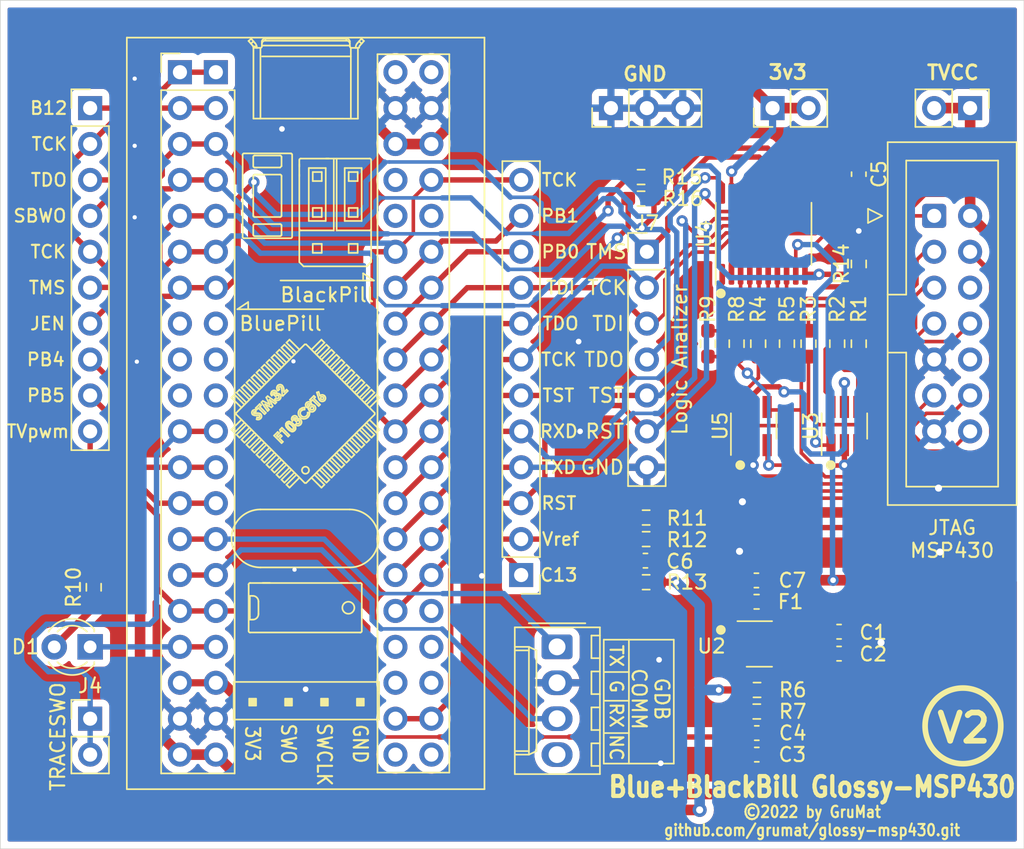
<source format=kicad_pcb>
(kicad_pcb (version 20211014) (generator pcbnew)
  (layers (0 "F.Cu" mixed) (31 "B.Cu" mixed) (35 "F.Paste" user) (37 "F.SilkS" user "F.Silkscreen") (38 "B.Mask" user) (39 "F.Mask" user) (44 "Edge.Cuts" user))
  (net 0 "")
  (net 1 "GND")
  (net 2 "/TRACESWO")
  (net 3 "/JRST")
  (net 4 "/JTEST")
  (net 5 "/JTCK")
  (net 6 "/JTMS")
  (net 7 "/JTDI")
  (net 8 "+3V3")
  (net 9 "/JTDO")
  (net 10 "/GDB_TX")
  (net 11 "/GDB_RX")
  (net 12 "/PB4")
  (net 13 "Net-(D1-Pad2)")
  (net 14 "/LEDG")
  (net 15 "/PB1")
  (net 16 "/PB5")
  (net 17 "/PC13")
  (net 18 "/JRXD")
  (net 19 "/JTXD")
  (net 21 "/TV_PWM")
  (net 22 "/JENA")
  (net 23 "/VREF_2")
  (net 24 "/mTDI")
  (net 25 "/mTMS")
  (net 26 "/mTCK")
  (net 27 "/mRST")
  (net 28 "/mTEST")
  (net 29 "/PB12")
  (net 30 "/SBWO")
  (net 31 "/mTXD")
  (net 32 "/mRXD")
  (net 33 "/PB0")
  (net 35 "Net-(C3-Pad2)")
  (net 36 "/TVref")
  (net 37 "/TVCC")
  (net 38 "/mTDO")
  (net 42 "+5V")
  (net 59 "/LTDO")
  (net 60 "/LTDI")
  (net 61 "/LTMS")
  (net 62 "/LTCK")
  (net 63 "/LRST")
  (net 64 "/LTEST")
  (net 65 "/LRXD")
  (net 66 "/LTXD")
  (net 67 "Net-(F1-Pad1)")
  (footprint "Connector_Molex:Molex_KK-254_AE-6410-04A_1x04_P2.54mm_Vertical" (layer "F.Cu") (at 156.21 110.72 -90)
    (fp_text reference "J5" hide)
    (fp_text value "GDB_COMM")
  )
  (footprint "LED_THT:LED_D3.0mm" (layer "F.Cu") (at 123.19 110.72 180)
    (fp_text reference "D1")
    (fp_text value "LED")
  )
  (footprint "Resistor_SMD:R_0603_1608Metric_Pad0.98x0.95mm_HandSolder" (layer "F.Cu") (at 123.444 106.5055 90)
    (fp_text reference "R10")
    (fp_text value "1K")
  )
  (footprint "Resistor_SMD:R_0603_1608Metric_Pad0.98x0.95mm_HandSolder" (layer "F.Cu") (at 162.5092 101.576)
    (fp_text reference "R11")
    (fp_text value "4K7")
  )
  (footprint "Resistor_SMD:R_0603_1608Metric_Pad0.98x0.95mm_HandSolder" (layer "F.Cu") (at 162.5092 103.1 180)
    (fp_text reference "R12")
    (fp_text value "4K7")
  )
  (footprint "Connector_PinHeader_2.54mm:PinHeader_1x07_P2.54mm_Vertical" (layer "F.Cu") (at 162.56 82.78)
    (fp_text reference "J7")
    (fp_text value "LogicAna")
  )
  (footprint "Resistor_SMD:R_0603_1608Metric_Pad0.98x0.95mm_HandSolder" (layer "F.Cu") (at 173.99 89.2805 90)
    (fp_text reference "R3")
    (fp_text value "47")
  )
  (footprint "Resistor_SMD:R_0603_1608Metric_Pad0.98x0.95mm_HandSolder" (layer "F.Cu") (at 172.466 89.2805 90)
    (fp_text reference "R5")
    (fp_text value "100")
  )
  (footprint "Resistor_SMD:R_0603_1608Metric_Pad0.98x0.95mm_HandSolder" (layer "F.Cu") (at 177.546 89.2805 90)
    (fp_text reference "R1")
    (fp_text value "47")
  )
  (footprint "Connector_PinHeader_2.54mm:PinHeader_1x02_P2.54mm_Vertical" (layer "F.Cu") (at 171.45 72.62 90)
    (fp_text reference "J2" hide)
    (fp_text value "VCC")
  )
  (footprint "Connector_PinHeader_2.54mm:PinHeader_1x03_P2.54mm_Vertical" (layer "F.Cu") (at 160.02 72.62 90)
    (fp_text reference "J3" hide)
    (fp_text value "GND")
  )
  (footprint "Connector_IDC:IDC-Header_2x07_P2.54mm_Vertical" (layer "F.Cu") (at 182.88 80.24)
    (fp_text reference "J1" hide)
    (fp_text value "JTAG")
  )
  (footprint "Resistor_SMD:R_0603_1608Metric_Pad0.98x0.95mm_HandSolder" (layer "F.Cu") (at 170.434 89.2805 90)
    (fp_text reference "R4")
    (fp_text value "100")
  )
  (footprint "Resistor_SMD:R_0603_1608Metric_Pad0.98x0.95mm_HandSolder" (layer "F.Cu") (at 176.022 89.2805 90)
    (fp_text reference "R2")
    (fp_text value "47")
  )
  (footprint "Connector_PinHeader_2.54mm:PinHeader_1x12_P2.54mm_Vertical" (layer "F.Cu") (at 153.67 105.64 180)
    (fp_text reference "J9" hide)
    (fp_text value "Conn_01x11")
  )
  (footprint "Connector_PinHeader_2.54mm:PinHeader_1x10_P2.54mm_Vertical" (layer "F.Cu") (at 123.19 72.62)
    (fp_text reference "J8" hide)
    (fp_text value "Conn_01x10")
  )
  (footprint "Resistor_SMD:R_0603_1608Metric_Pad0.98x0.95mm_HandSolder" (layer "F.Cu") (at 168.91 89.2805 -90)
    (fp_text reference "R8")
    (fp_text value "100")
  )
  (footprint "Resistor_SMD:R_0603_1608Metric_Pad0.98x0.95mm_HandSolder" (layer "F.Cu") (at 166.878 89.2805 -90)
    (fp_text reference "R9")
    (fp_text value "100")
  )
  (footprint "Resistor_SMD:R_0603_1608Metric_Pad0.98x0.95mm_HandSolder" (layer "F.Cu") (at 162.1517 79.0208 180)
    (fp_text reference "R16")
    (fp_text value "22")
  )
  (footprint "Capacitor_SMD:C_0603_1608Metric_Pad1.08x0.95mm_HandSolder" (layer "F.Cu") (at 177.546 77.2925 -90)
    (fp_text reference "C5")
    (fp_text value "100nF")
  )
  (footprint "Capacitor_SMD:C_0603_1608Metric_Pad1.08x0.95mm_HandSolder" (layer "F.Cu") (at 170.3335 116.816 180)
    (fp_text reference "C4")
    (fp_text value "1nF")
  )
  (footprint "Fuse:Fuse_0603_1608Metric_Pad1.05x0.95mm_HandSolder" (layer "F.Cu") (at 170.321 107.531)
    (fp_text reference "F1")
    (fp_text value "0603L010YR")
  )
  (footprint "Capacitor_SMD:C_0603_1608Metric_Pad1.08x0.95mm_HandSolder" (layer "F.Cu") (at 170.307 106.021)
    (fp_text reference "C7")
    (fp_text value "10uF")
  )
  (footprint "Capacitor_SMD:C_0603_1608Metric_Pad1.08x0.95mm_HandSolder" (layer "F.Cu") (at 176.1525 109.65 180)
    (fp_text reference "C1")
    (fp_text value "100nF")
  )
  (footprint "Resistor_SMD:R_0603_1608Metric_Pad0.98x0.95mm_HandSolder" (layer "F.Cu") (at 162.1517 77.4968 180)
    (fp_text reference "R15")
    (fp_text value "330")
  )
  (footprint "Capacitor_SMD:C_0603_1608Metric_Pad1.08x0.95mm_HandSolder" (layer "F.Cu") (at 176.1525 111.2)
    (fp_text reference "C2")
    (fp_text value "10uF")
  )
  (footprint "Resistor_SMD:R_0603_1608Metric_Pad0.98x0.95mm_HandSolder" (layer "F.Cu") (at 170.3343 115.292 180)
    (fp_text reference "R7")
    (fp_text value "47K")
  )
  (footprint "Connector_PinHeader_2.54mm:PinHeader_1x02_P2.54mm_Vertical" (layer "F.Cu") (at 123.19 115.8)
    (fp_text reference "J4")
    (fp_text value "SWO")
  )
  (footprint "Connector_PinHeader_2.54mm:PinHeader_1x02_P2.54mm_Vertical" (layer "F.Cu") (at 185.42 72.62 -90)
    (fp_text reference "J6" hide)
    (fp_text value "TVCC")
  )
  (footprint "Package_TO_SOT_SMD:SOT-23-6_Handsoldering" (layer "F.Cu") (at 170.114 95.1045 90)
    (fp_text reference "U5")
    (fp_text value "SRV05-4")
  )
  (footprint "Resistor_SMD:R_0603_1608Metric_Pad0.98x0.95mm_HandSolder" (layer "F.Cu") (at 162.5092 106.148)
    (fp_text reference "R13")
    (fp_text value "470K")
  )
  (footprint "Capacitor_SMD:C_0603_1608Metric_Pad1.08x0.95mm_HandSolder" (layer "F.Cu") (at 170.3335 118.34)
    (fp_text reference "C3")
    (fp_text value "10uF")
  )
  (footprint "Package_SO:TSSOP-20_4.4x6.5mm_P0.65mm" (layer "F.Cu") (at 170.815 81.51 90)
    (fp_text reference "U4")
    (fp_text value "TXS0108EPW")
  )
  (footprint "Resistor_SMD:R_0603_1608Metric_Pad0.98x0.95mm_HandSolder" (layer "F.Cu") (at 170.3525 113.768)
    (fp_text reference "R6")
    (fp_text value "47K")
  )
  (footprint "Package_TO_SOT_SMD:SOT-23-6_Handsoldering" (layer "F.Cu") (at 176.53 95.1045 90)
    (fp_text reference "U3")
    (fp_text value "SRV05-4")
  )
  (footprint "Package_TO_SOT_SMD:SOT-23-5_HandSoldering" (layer "F.Cu") (at 170.514 110.513)
    (fp_text reference "U2")
    (fp_text value "AD8531ARTZ")
  )
  (footprint "Capacitor_SMD:C_0603_1608Metric_Pad1.08x0.95mm_HandSolder" (layer "F.Cu") (at 162.4592 104.624 180)
    (fp_text reference "C6")
    (fp_text value "100nF")
  )
  (footprint "lib:BlueBlackPill" (layer "F.Cu") (at 129.54 70.08)
    (fp_text reference "U1" hide)
    (fp_text value "BlueAndBlackPill" hide)
  )
  (footprint "Resistor_SMD:R_0603_1608Metric_Pad0.98x0.95mm_HandSolder" (layer "F.Cu") (at 177.546 83.6417 -90)
    (fp_text reference "R14")
    (fp_text value "47K")
  )
  (gr_line (start 164.465 118.975) (end 159.512 118.975) (layer "F.SilkS") (width 0.12))
  (gr_line (start 161.29 110.212) (end 161.29 118.975) (layer "F.SilkS") (width 0.12))
  (gr_line (start 159.512 110.212) (end 159.512 118.975) (layer "F.SilkS") (width 0.12))
  (gr_line (start 159.512 114.53) (end 161.29 114.53) (layer "F.SilkS") (width 0.12))
  (gr_line (start 161.29 116.816) (end 159.512 116.816) (layer "F.SilkS") (width 0.12))
  (gr_line (start 159.512 112.498) (end 161.29 112.498) (layer "F.SilkS") (width 0.12))
  (gr_circle (center 175.5648 97.8676) (end 175.848781 97.8676) (layer "F.SilkS") (width 0.12) (fill solid))
  (gr_circle (center 169.164 97.8676) (end 169.447981 97.8676) (layer "F.SilkS") (width 0.12) (fill solid))
  (gr_line (start 164.465 110.212) (end 164.465 118.975) (layer "F.SilkS") (width 0.12))
  (gr_circle (center 184.912 116.308) (end 187.588752 116.308) (layer "F.SilkS") (width 0.4) (fill none))
  (gr_circle (center 167.7924 85.7264) (end 168.076381 85.7264) (layer "F.SilkS") (width 0.12) (fill solid))
  (gr_circle (center 167.7924 109.521619) (end 168.076381 109.521619) (layer "F.SilkS") (width 0.12) (fill solid))
  (gr_line (start 159.512 110.212) (end 164.465 110.212) (layer "F.SilkS") (width 0.12))
  (gr_line (start 116.84 125) (end 116.84 65) (layer "Edge.Cuts") (width 0.05))
  (gr_line (start 189.23 65) (end 189.23 125) (layer "Edge.Cuts") (width 0.05))
  (gr_line (start 189.23 125) (end 116.84 125) (layer "Edge.Cuts") (width 0.05))
  (gr_line (start 116.84 65) (end 189.23 65) (layer "Edge.Cuts") (width 0.05))
  (gr_text "TCK" (at 161.23 85.32) (layer "F.SilkS") (effects (font (size 1 1)) (justify right)))
  (gr_text "TDI" (at 161.036 87.86) (layer "F.SilkS") (effects (font (size 1 1)) (justify right)))
  (gr_text "TDO" (at 161.036 90.4) (layer "F.SilkS") (effects (font (size 1 1)) (justify right)))
  (gr_text "TST" (at 161.036 92.94) (layer "F.SilkS") (effects (font (size 1 1)) (justify right)))
  (gr_text "RST" (at 161.036 95.48) (layer "F.SilkS") (effects (font (size 1 1)) (justify right)))
  (gr_text "Logic Analizer" (at 164.8968 90.4 90) (layer "F.SilkS") (effects (font (size 1 1))))
  (gr_text "3v3" (at 173.99 70.08) (layer "F.SilkS") (effects (font (size 1 1) (thickness 0.2)) (justify right)))
  (gr_text "GDB\nCOMM" (at 162.814 114.403 270) (layer "F.SilkS") (effects (font (size 1 1))))
  (gr_text "TX" (at 160.401 111.355 270) (layer "F.SilkS") (effects (font (size 0.9 0.9))))
  (gr_text "G" (at 160.401 113.514 270) (layer "F.SilkS") (effects (font (size 0.9 0.9))))
  (gr_text "RX" (at 160.401 115.546 270) (layer "F.SilkS") (effects (font (size 0.9 0.9))))
  (gr_text "JTAG\nMSP430" (at 184.15 103.1) (layer "F.SilkS") (effects (font (size 1 1))))
  (gr_text "TRACESWO" (at 120.904 117.07 90) (layer "F.SilkS") (effects (font (size 1 1))))
  (gr_text "NC" (at 160.401 117.832 270) (layer "F.SilkS") (effects (font (size 0.9 0.9))))
  (gr_text "TXD" (at 156.337 98.02) (layer "F.SilkS") (effects (font (size 0.9 0.9))))
  (gr_text "RXD" (at 156.337 95.48) (layer "F.SilkS") (effects (font (size 0.9 0.9))))
  (gr_text "RST" (at 156.337 100.56) (layer "F.SilkS") (effects (font (size 0.9 0.9))))
  (gr_text "B12" (at 121.666 72.62) (layer "F.SilkS") (effects (font (size 0.9 0.9)) (justify right)))
  (gr_text "Vref" (at 156.464 103.1) (layer "F.SilkS") (effects (font (size 0.9 0.9))))
  (gr_text "C13" (at 156.337 105.64) (layer "F.SilkS") (effects (font (size 0.9 0.9))))
  (gr_text "TCK" (at 156.337 90.4) (layer "F.SilkS") (effects (font (size 0.9 0.9))))
  (gr_text "TMS" (at 121.535271 85.32) (layer "F.SilkS") (effects (font (size 0.9 0.9)) (justify right)))
  (gr_text "TCK" (at 121.647562 75.16) (layer "F.SilkS") (effects (font (size 0.9 0.9)) (justify right)))
  (gr_text "SBWO" (at 121.602396 80.24) (layer "F.SilkS") (effects (font (size 0.9 0.9)) (justify right)))
  (gr_text "©2022 by GruMat\ngithub.com/grumat/glossy-msp430.git" (at 174.244 123.039) (layer "F.SilkS") (effects (font (size 0.8 0.7))))
  (gr_text "TDO" (at 121.635959 77.7) (layer "F.SilkS") (effects (font (size 0.9 0.9)) (justify right)))
  (gr_text "TVpwm" (at 121.793 95.48) (layer "F.SilkS") (effects (font (size 0.9 0.9)) (justify right)))
  (gr_text "PB4" (at 121.477054 90.4) (layer "F.SilkS") (effects (font (size 0.9 0.9)) (justify right)))
  (gr_text "TCK" (at 156.385684 77.7) (layer "F.SilkS") (effects (font (size 0.9 0.9))))
  (gr_text "TDO" (at 156.464 87.86) (layer "F.SilkS") (effects (font (size 0.9 0.9))))
  (gr_text "TDI" (at 156.464 85.32) (layer "F.SilkS") (effects (font (size 0.9 0.9))))
  (gr_text "GND" (at 161.030921 98.02) (layer "F.SilkS") (effects (font (size 1 1)) (justify right)))
  (gr_text "PB0" (at 156.45281 82.78) (layer "F.SilkS") (effects (font (size 0.9 0.9))))
  (gr_text "V2" (at 184.962 116.458) (layer "F.SilkS") (effects (font (size 2 2) (thickness 0.4))))
  (gr_text "PB1" (at 156.419247 80.24) (layer "F.SilkS") (effects (font (size 0.9 0.9))))
  (gr_text "PB5" (at 121.487828 92.94) (layer "F.SilkS") (effects (font (size 0.9 0.9)) (justify right)))
  (gr_text "JEN" (at 121.501708 87.86) (layer "F.SilkS") (effects (font (size 0.9 0.9)) (justify right)))
  (gr_text "TMS" (at 161.23 82.78) (layer "F.SilkS") (effects (font (size 1 1)) (justify right)))
  (gr_text "GND" (at 164.084 70.207) (layer "F.SilkS") (effects (font (size 1 1) (thickness 0.2)) (justify right)))
  (gr_text "TCK" (at 121.568833 82.78) (layer "F.SilkS") (effects (font (size 0.9 0.9)) (justify right)))
  (gr_text "TST" (at 156.305003 92.94) (layer "F.SilkS") (effects (font (size 0.9 0.9))))
  (gr_text "Blue+BlackBill Glossy-MSP430" (at 174.244 120.626) (layer "F.SilkS") (effects (font (size 1.4 1.2) (thickness 0.3))))
  (segment (start 177.546 82.7292) (end 177.546 81.3068) (width 0.381) (layer "F.Cu") (net 1))
  (segment (start 170.114 97.832) (end 170.0784 97.8676) (width 0.381) (layer "F.Cu") (net 1))
  (segment (start 176.53 96.4545) (end 176.53 97.8676) (width 0.381) (layer "F.Cu") (net 1))
  (segment (start 169.164 110.513) (end 164.545 110.513) (width 0.254) (layer "F.Cu") (net 1))
  (segment (start 170.114 96.4545) (end 170.114 97.832) (width 0.381) (layer "F.Cu") (net 1))
  (segment (start 164.545 110.513) (end 163.4236 111.6344) (width 0.254) (layer "F.Cu") (net 1))
  (via (at 137.5664 90.527) (size 0.6) (drill 0.3) (layers "F.Cu" "B.Cu") (net 1))
  (via (at 126.492 90.5524) (size 0.6) (drill 0.3) (layers "F.Cu" "B.Cu") (net 1))
  (via (at 150.89 105.7) (size 0.8) (drill 0.4) (layers "F.Cu" "B.Cu") (net 1))
  (via (at 157.8356 95.48) (size 0.8) (drill 0.4) (layers "F.Cu" "B.Cu") (net 1))
  (via (at 163.4236 111.6344) (size 0.8) (drill 0.4) (layers "F.Cu" "B.Cu") (net 1))
  (via (at 157.734 89.13) (size 0.8) (drill 0.4) (layers "F.Cu" "B.Cu") (net 1))
  (via (at 137.6426 105.259) (size 0.6) (drill 0.3) (layers "F.Cu" "B.Cu") (net 1))
  (via (at 126.3396 70.5372) (size 0.6) (drill 0.3) (layers "F.Cu" "B.Cu") (net 1))
  (via (at 138.43 113.7172) (size 0.8) (drill 0.4) (layers "F.Cu" "B.Cu") (net 1))
  (via (at 183.2864 104.0144) (size 1) (drill 0.5) (layers "F.Cu" "B.Cu") (net 1))
  (via (at 170.0784 97.8676) (size 0.8) (drill 0.4) (layers "F.Cu" "B.Cu") (net 1))
  (via (at 169.1132 103.9636) (size 1) (drill 0.5) (layers "F.Cu" "B.Cu") (net 1))
  (via (at 176.53 97.8676) (size 0.8) (drill 0.4) (layers "F.Cu" "B.Cu") (net 1))
  (via (at 163.54 118.95) (size 0.8) (drill 0.4) (layers "F.Cu" "B.Cu") (net 1))
  (via (at 169.3164 100.4584) (size 1) (drill 0.5) (layers "F.Cu" "B.Cu") (net 1))
  (via (at 126.3396 80.3416) (size 0.6) (drill 0.3) (layers "F.Cu" "B.Cu") (net 1))
  (via (at 136.7536 74.0932) (size 0.8) (drill 0.4) (layers "F.Cu" "B.Cu") (net 1))
  (via (at 179.1208 110.4152) (size 1) (drill 0.5) (layers "F.Cu" "B.Cu") (net 1))
  (via (at 183.1848 99.4932) (size 1) (drill 0.5) (layers "F.Cu" "B.Cu") (net 1))
  (via (at 177.546 81.3068) (size 0.8) (drill 0.4) (layers "F.Cu" "B.Cu") (net 1))
  (via (at 126.3396 75.287) (size 0.6) (drill 0.3) (layers "F.Cu" "B.Cu") (net 1))
  (segment (start 132.08 95.48) (end 129.54 95.48) (width 0.381) (layer "F.Cu") (net 2))
  (segment (start 127.8831 97.1369) (end 127.8831 108.6431) (width 0.381) (layer "B.Cu") (net 2))
  (segment (start 120.1166 109.1198) (end 119.2276 110.0088) (width 0.381) (layer "B.Cu") (net 2))
  (segment (start 120.2436 112.4726) (end 122.6312 112.4726) (width 0.381) (layer "B.Cu") (net 2))
  (segment (start 122.6312 112.4726) (end 123.19 113.0314) (width 0.381) (layer "B.Cu") (net 2))
  (segment (start 119.2276 111.4566) (end 120.2436 112.4726) (width 0.381) (layer "B.Cu") (net 2))
  (segment (start 123.19 113.0314) (end 123.19 115.8) (width 0.381) (layer "B.Cu") (net 2))
  (segment (start 119.2276 110.0088) (end 119.2276 111.4566) (width 0.381) (layer "B.Cu") (net 2))
  (segment (start 123.19 115.8) (end 123.19 118.34) (width 0.381) (layer "B.Cu") (net 2))
  (segment (start 127.8831 108.6431) (end 127.4064 109.1198) (width 0.381) (layer "B.Cu") (net 2))
  (segment (start 127.4064 109.1198) (end 120.1166 109.1198) (width 0.381) (layer "B.Cu") (net 2))
  (segment (start 129.54 95.48) (end 127.8831 97.1369) (width 0.381) (layer "B.Cu") (net 2))
  (segment (start 169.6212 95.0736) (end 171.831 95.0736) (width 0.254) (layer "F.Cu") (net 3))
  (segment (start 178.816782 95.683982) (end 179.884364 94.6164) (width 0.254) (layer "F.Cu") (net 3))
  (segment (start 177.590364 99.1964) (end 178.816782 97.969982) (width 0.254) (layer "F.Cu") (net 3))
  (segment (start 178.816782 97.969982) (end 178.816782 95.683982) (width 0.254) (layer "F.Cu") (net 3))
  (segment (start 181.1528 94.6164) (end 182.8292 92.94) (width 0.254) (layer "F.Cu") (net 3))
  (segment (start 174.961636 99.1964) (end 177.590364 99.1964) (width 0.254) (layer "F.Cu") (net 3))
  (segment (start 170.449 91.687044) (end 169.164 92.972044) (width 0.254) (layer "F.Cu") (net 3))
  (segment (start 169.164 94.6164) (end 169.6212 95.0736) (width 0.254) (layer "F.Cu") (net 3))
  (segment (start 172.503318 96.738082) (end 174.961636 99.1964) (width 0.254) (layer "F.Cu") (net 3))
  (segment (start 169.164 93.7545) (end 169.164 94.6164) (width 0.254) (layer "F.Cu") (net 3))
  (segment (start 171.831 95.0736) (end 172.503318 95.745918) (width 0.254) (layer "F.Cu") (net 3))
  (segment (start 169.164 92.972044) (end 169.164 93.7545) (width 0.254) (layer "F.Cu") (net 3))
  (segment (start 179.884364 94.6164) (end 181.1528 94.6164) (width 0.254) (layer "F.Cu") (net 3))
  (segment (start 172.503318 95.745918) (end 172.503318 96.738082) (width 0.254) (layer "F.Cu") (net 3))
  (segment (start 170.434 90.193) (end 170.449 90.208) (width 0.254) (layer "F.Cu") (net 3))
  (segment (start 182.8292 92.94) (end 182.88 92.94) (width 0.254) (layer "F.Cu") (net 3))
  (segment (start 170.449 90.208) (end 170.449 91.687044) (width 0.254) (layer "F.Cu") (net 3))
  (segment (start 179.066 92.182) (end 182.118 89.13) (width 0.254) (layer "F.Cu") (net 4))
  (segment (start 173.482 91.924) (end 173.482 93.8798) (width 0.254) (layer "F.Cu") (net 4))
  (segment (start 178.308 95.48) (end 179.066 94.722) (width 0.254) (layer "F.Cu") (net 4))
  (segment (start 173.482 97.004) (end 175.1704 98.6924) (width 0.254) (layer "F.Cu") (net 4))
  (segment (start 173.3948 93.967) (end 173.482 93.8798) (width 0.254) (layer "F.Cu") (net 4))
  (segment (start 171.064 93.967) (end 173.3948 93.967) (width 0.254) (layer "F.Cu") (net 4))
  (segment (start 175.1704 98.6924) (end 177.3816 98.6924) (width 0.254) (layer "F.Cu") (net 4))
  (segment (start 173.482 91.924) (end 172.466 90.908) (width 0.254) (layer "F.Cu") (net 4))
  (segment (start 178.308 97.766) (end 178.308 95.48) (width 0.254) (layer "F.Cu") (net 4))
  (segment (start 177.3816 98.6924) (end 178.308 97.766) (width 0.254) (layer "F.Cu") (net 4))
  (segment (start 172.466 90.908) (end 172.466 90.193) (width 0.254) (layer "F.Cu") (net 4))
  (segment (start 184.15 89.13) (end 185.42 87.86) (width 0.254) (layer "F.Cu") (net 4))
  (segment (start 173.482 93.8798) (end 173.482 97.004) (width 0.254) (layer "F.Cu") (net 4))
  (segment (start 182.118 89.13) (end 184.15 89.13) (width 0.254) (layer "F.Cu") (net 4))
  (segment (start 179.066 94.722) (end 179.066 92.182) (width 0.254) (layer "F.Cu") (net 4))
  (segment (start 177.48 95.0766) (end 177.4099 95.0065) (width 0.254) (layer "F.Cu") (net 5))
  (segment (start 177.4099 95.0065) (end 174.6849 95.0065) (width 0.254) (layer "F.Cu") (net 5))
  (segment (start 182.576764 87.86) (end 182.88 87.86) (width 0.254) (layer "F.Cu") (net 5))
  (segment (start 173.99 94.3116) (end 173.99 90.193) (width 0.254) (layer "F.Cu") (net 5))
  (segment (start 178.562 94.464) (end 178.562 91.874764) (width 0.254) (layer "F.Cu") (net 5))
  (segment (start 178.0195 95.0065) (end 178.562 94.464) (width 0.254) (layer "F.Cu") (net 5))
  (segment (start 174.6849 95.0065) (end 173.99 94.3116) (width 0.254) (layer "F.Cu") (net 5))
  (segment (start 177.4099 95.0065) (end 178.0195 95.0065) (width 0.254) (layer "F.Cu") (net 5))
  (segment (start 177.48 96.4545) (end 177.48 95.0766) (width 0.254) (layer "F.Cu") (net 5))
  (segment (start 178.562 91.874764) (end 182.576764 87.86) (width 0.254) (layer "F.Cu") (net 5))
  (segment (start 176.022 90.193) (end 176.022 90.654) (width 0.254) (layer "F.Cu") (net 6))
  (segment (start 176.022 90.654) (end 176.53 91.162) (width 0.254) (layer "F.Cu") (net 6))
  (segment (start 182.118 85.32) (end 182.88 85.32) (width 0.254) (layer "F.Cu") (net 6))
  (segment (start 176.53 91.162) (end 177.4952 91.162) (width 0.254) (layer "F.Cu") (net 6))
  (segment (start 181.5592 85.8788) (end 182.118 85.32) (width 0.254) (layer "F.Cu") (net 6))
  (segment (start 181.5592 88.1648) (end 181.5592 85.8788) (width 0.254) (layer "F.Cu") (net 6))
  (segment (start 178.562 91.162) (end 181.5592 88.1648) (width 0.254) (layer "F.Cu") (net 6))
  (segment (start 177.48 91.1772) (end 177.4952 91.162) (width 0.254) (layer "F.Cu") (net 6))
  (segment (start 177.48 93.7545) (end 177.48 91.1772) (width 0.254) (layer "F.Cu") (net 6))
  (segment (start 177.4952 91.162) (end 178.562 91.162) (width 0.254) (layer "F.Cu") (net 6))
  (segment (start 181.6608 83.3388) (end 182.2196 82.78) (width 0.254) (layer "F.Cu") (net 7))
  (segment (start 175.17 92.6625) (end 175.17 89.688466) (width 0.254) (layer "F.Cu") (net 7))
  (segment (start 178.818236 90.193) (end 181.0552 87.956036) (width 0.254) (layer "F.Cu") (net 7))
  (segment (start 181.6608 85.064436) (end 181.6608 83.3388) (width 0.254) (layer "F.Cu") (net 7))
  (segment (start 182.2196 82.78) (end 182.88 82.78) (width 0.254) (layer "F.Cu") (net 7))
  (segment (start 175.58 93.7545) (end 175.58 93.0725) (width 0.254) (layer "F.Cu") (net 7))
  (segment (start 175.529966 89.3285) (end 176.6815 89.3285) (width 0.254) (layer "F.Cu") (net 7))
  (segment (start 175.58 93.0725) (end 175.17 92.6625) (width 0.254) (layer "F.Cu") (net 7))
  (segment (start 181.0552 85.670036) (end 181.6608 85.064436) (width 0.254) (layer "F.Cu") (net 7))
  (segment (start 181.0552 87.956036) (end 181.0552 85.670036) (width 0.254) (layer "F.Cu") (net 7))
  (segment (start 177.546 90.193) (end 178.818236 90.193) (width 0.254) (layer "F.Cu") (net 7))
  (segment (start 175.17 89.688466) (end 175.529966 89.3285) (width 0.254) (layer "F.Cu") (net 7))
  (segment (start 176.6815 89.3285) (end 177.546 90.193) (width 0.254) (layer "F.Cu") (net 7))
  (segment (start 120.7078 71.597) (end 124.333 67.9718) (width 0.75) (layer "F.Cu") (net 8))
  (segment (start 168.54 77.1048) (end 168.5544 77.0904) (width 0.254) (layer "F.Cu") (net 8))
  (segment (start 164.6428 106.148) (end 163.4217 106.148) (width 0.508) (layer "F.Cu") (net 8))
  (segment (start 123.444 105.593) (end 126.6406 105.593) (width 0.508) (layer "F.Cu") (net 8))
  (segment (start 129.54 118.34) (end 126.7206 115.5206) (width 0.75) (layer "F.Cu") (net 8))
  (segment (start 144.78 75.16) (end 147.32 75.16) (width 0.75) (layer "F.Cu") (net 8))
  (segment (start 171.45 72.62) (end 173.99 72.62) (width 0.75) (layer "F.Cu") (net 8))
  (segment (start 171.45 72.62) (end 169.118754 70.288754) (width 0.75) (layer "F.Cu") (net 8))
  (segment (start 168.148 113.768) (end 167.64 113.768) (width 0.508) (layer "F.Cu") (net 8))
  (segment (start 126.7206 101.3474) (end 124.6632 99.29) (width 0.75) (layer "F.Cu") (net 8))
  (segment (start 126.7206 105.513) (end 126.7206 101.3474) (width 0.75) (layer "F.Cu") (net 8))
  (segment (start 124.333 67.9718) (end 137.5918 67.9718) (width 0.75) (layer "F.Cu") (net 8))
  (segment (start 169.44 113.768) (end 168.148 113.768) (width 0.508) (layer "F.Cu") (net 8))
  (segment (start 124.6632 99.29) (end 123.19 99.29) (width 0.75) (layer "F.Cu") (net 8))
  (segment (start 126.6406 105.593) (end 126.7206 105.513) (width 0.508) (layer "F.Cu") (net 8))
  (segment (start 120.7078 96.8078) (end 120.7078 71.597) (width 0.75) (layer "F.Cu") (net 8))
  (segment (start 123.19 99.29) (end 120.7078 96.8078) (width 0.75) (layer "F.Cu") (net 8))
  (segment (start 144.78 75.16) (end 137.5918 67.9718) (width 0.75) (layer "F.Cu") (net 8))
  (segment (start 166.2924 122.2516) (end 135.9916 122.2516) (width 0.75) (layer "F.Cu") (net 8))
  (segment (start 168.54 78.6475) (end 168.54 77.1048) (width 0.254) (layer "F.Cu") (net 8))
  (segment (start 147.32 75.16) (end 152.191246 70.288754) (width 0.75) (layer "F.Cu") (net 8))
  (segment (start 129.54 118.34) (end 132.08 118.34) (width 0.75) (layer "F.Cu") (net 8))
  (segment (start 135.9916 122.2516) (end 132.08 118.34) (width 0.75) (layer "F.Cu") (net 8))
  (segment (start 169.118754 70.288754) (end 152.191246 70.288754) (width 0.75) (layer "F.Cu") (net 8))
  (segment (start 126.7206 115.5206) (end 126.7206 105.513) (width 0.75) (layer "F.Cu") (net 8))
  (via (at 167.64 113.768) (size 0.8) (drill 0.4) (layers "F.Cu" "B.Cu") (net 8))
  (via (at 166.2924 122.2516) (size 1) (drill 0.5) (layers "F.Cu" "B.Cu") (net 8))
  (via (at 164.64 106.15) (size 0.8) (drill 0.4) (layers "F.Cu" "B.Cu") (net 8))
  (via (at 168.5544 77.0904) (size 0.8) (drill 0.4) (layers "F.Cu" "B.Cu") (net 8))
  (segment (start 168.5544 77.0904) (end 171.45 74.1948) (width 0.508) (layer "B.Cu") (net 8))
  (segment (start 166.2924 113.5916) (end 166.2924 107.7976) (width 0.75) (layer "B.Cu") (net 8))
  (segment (start 166.4688 113.768) (end 166.2924 113.5916) (width 0.75) (layer "B.Cu") (net 8))
  (segment (start 166.2924 122.2516) (end 166.2924 113.5916) (width 0.75) (layer "B.Cu") (net 8))
  (segment (start 171.45 74.1948) (end 171.45 72.62) (width 0.508) (layer "B.Cu") (net 8))
  (segment (start 167.64 113.768) (end 166.4688 113.768) (width 0.75) (layer "B.Cu") (net 8))
  (segment (start 166.2924 107.7976) (end 164.6428 106.148) (width 0.75) (layer "B.Cu") (net 8))
  (segment (start 176.46042 80.24) (end 182.88 80.24) (width 0.254) (layer "F.Cu") (net 9))
  (segment (start 173.09 84.3725) (end 173.09 82.41) (width 0.254) (layer "F.Cu") (net 9))
  (segment (start 173.09 82.41) (end 173.228 82.272) (width 0.254) (layer "F.Cu") (net 9))
  (segment (start 174.7105 96.4545) (end 174.498 96.242) (width 0.254) (layer "F.Cu") (net 9))
  (segment (start 173.228 82.272) (end 174.42842 82.272) (width 0.254) (layer "F.Cu") (net 9))
  (segment (start 175.58 96.4545) (end 174.7105 96.4545) (width 0.254) (layer "F.Cu") (net 9))
  (segment (start 174.42842 82.272) (end 176.46042 80.24) (width 0.254) (layer "F.Cu") (net 9))
  (via (at 174.498 96.242) (size 0.8) (drill 0.4) (layers "F.Cu" "B.Cu") (net 9))
  (via (at 173.228 82.272) (size 0.8) (drill 0.4) (layers "F.Cu" "B.Cu") (net 9))
  (segment (start 174.498 82.272) (end 175.768 83.542) (width 0.381) (layer "B.Cu") (net 9))
  (segment (start 175.768 83.542) (end 175.768 84.558) (width 0.381) (layer "B.Cu") (net 9))
  (segment (start 174.498 85.828) (end 174.498 96.242) (width 0.381) (layer "B.Cu") (net 9))
  (segment (start 173.228 82.272) (end 174.498 82.272) (width 0.381) (layer "B.Cu") (net 9))
  (segment (start 175.768 84.558) (end 174.498 85.828) (width 0.381) (layer "B.Cu") (net 9))
  (segment (start 129.54 103.1) (end 132.08 103.1) (width 0.381) (layer "F.Cu") (net 10))
  (segment (start 139.741 103.1) (end 143.594 106.953) (width 0.381) (layer "B.Cu") (net 10))
  (segment (start 132.08 103.1) (end 139.741 103.1) (width 0.381) (layer "B.Cu") (net 10))
  (segment (start 148.125 106.953) (end 143.594 106.953) (width 0.254) (layer "B.Cu") (net 10))
  (segment (start 148.125 106.953) (end 152.443 106.953) (width 0.381) (layer "B.Cu") (net 10))
  (segment (start 152.443 106.953) (end 156.21 110.72) (width 0.381) (layer "B.Cu") (net 10))
  (segment (start 132.08 105.64) (end 129.54 105.64) (width 0.381) (layer "F.Cu") (net 11))
  (segment (start 148.082 109.45) (end 143.764 109.45) (width 0.254) (layer "B.Cu") (net 11))
  (segment (start 133.858 103.862) (end 139.573 103.862) (width 0.381) (layer "B.Cu") (net 11))
  (segment (start 139.573 103.862) (end 143.129 107.418) (width 0.381) (layer "B.Cu") (net 11))
  (segment (start 143.129 107.418) (end 143.129 108.815) (width 0.381) (layer "B.Cu") (net 11))
  (segment (start 154.432 115.8) (end 156.21 115.8) (width 0.381) (layer "B.Cu") (net 11))
  (segment (start 143.129 108.815) (end 143.764 109.45) (width 0.381) (layer "B.Cu") (net 11))
  (segment (start 132.08 105.64) (end 133.858 103.862) (width 0.381) (layer "B.Cu") (net 11))
  (segment (start 148.082 109.45) (end 154.432 115.8) (width 0.381) (layer "B.Cu") (net 11))
  (segment (start 123.19 90.4) (end 124.755 91.965) (width 0.381) (layer "F.Cu") (net 12))
  (segment (start 124.755 91.965) (end 124.755 93.235) (width 0.381) (layer "F.Cu") (net 12))
  (segment (start 125.671 94.151) (end 125.671 96.981) (width 0.381) (layer "F.Cu") (net 12))
  (segment (start 132.08 98.02) (end 129.54 98.02) (width 0.381) (layer "F.Cu") (net 12))
  (segment (start 126.71 98.02) (end 129.54 98.02) (width 0.381) (layer "F.Cu") (net 12))
  (segment (start 124.755 93.235) (end 125.671 94.151) (width 0.381) (layer "F.Cu") (net 12))
  (segment (start 125.671 96.981) (end 126.71 98.02) (width 0.381) (layer "F.Cu") (net 12))
  (segment (start 123.444 107.926) (end 120.65 110.72) (width 0.508) (layer "F.Cu") (net 13))
  (segment (start 123.444 107.418) (end 123.444 107.926) (width 0.508) (layer "F.Cu") (net 13))
  (segment (start 129.54 110.72) (end 132.08 110.72) (width 0.381) (layer "F.Cu") (net 14))
  (segment (start 129.54 110.72) (end 123.19 110.72) (width 0.381) (layer "B.Cu") (net 14))
  (segment (start 147.32 82.78) (end 144.78 85.32) (width 0.381) (layer "F.Cu") (net 15))
  (segment (start 147.32 82.78) (end 148.082 82.018) (width 0.381) (layer "F.Cu") (net 15))
  (segment (start 151.892 82.018) (end 153.67 80.24) (width 0.381) (layer "F.Cu") (net 15))
  (segment (start 148.082 82.018) (end 151.892 82.018) (width 0.381) (layer "F.Cu") (net 15))
  (segment (start 129.54 100.56) (end 132.08 100.56) (width 0.381) (layer "F.Cu") (net 16))
  (segment (start 124.695 97.276141) (end 124.695 94.445) (width 0.381) (layer "F.Cu") (net 16))
  (segment (start 124.695 94.445) (end 123.19 92.94) (width 0.381) (layer "F.Cu") (net 16))
  (segment (start 129.54 100.56) (end 127.978859 100.56) (width 0.381) (layer "F.Cu") (net 16))
  (segment (start 127.978859 100.56) (end 124.695 97.276141) (width 0.381) (layer "F.Cu") (net 16))
  (segment (start 153.67 105.33) (end 152.19 103.85) (width 0.381) (layer "F.Cu") (net 17))
  (segment (start 148.69 114.43) (end 147.32 115.8) (width 0.381) (layer "F.Cu") (net 17))
  (segment (start 150.09 103.85) (end 148.69 105.25) (width 0.381) (layer "F.Cu") (net 17))
  (segment (start 144.78 115.8) (end 147.32 115.8) (width 0.381) (layer "F.Cu") (net 17))
  (segment (start 152.19 103.85) (end 150.09 103.85) (width 0.381) (layer "F.Cu") (net 17))
  (segment (start 153.67 105.64) (end 153.67 105.33) (width 0.381) (layer "F.Cu") (net 17))
  (segment (start 148.69 105.25) (end 148.69 114.43) (width 0.381) (layer "F.Cu") (net 17))
  (segment (start 172.882708 98.6446) (end 174.442508 100.2044) (width 0.254) (layer "F.Cu") (net 18))
  (segment (start 184.023 96.877) (end 185.42 95.48) (width 0.254) (layer "F.Cu") (net 18))
  (segment (start 179.824782 96.10151) (end 180.243092 95.6832) (width 0.254) (layer "F.Cu") (net 18))
  (segment (start 174.442508 100.2044) (end 178.0794 100.2044) (width 0.254) (layer "F.Cu") (net 18))
  (segment (start 178.0794 100.2044) (end 179.824782 98.459018) (width 0.254) (layer "F.Cu") (net 18))
  (segment (start 180.243092 95.6832) (end 181.356 95.6832) (width 0.254) (layer "F.Cu") (net 18))
  (segment (start 182.245 96.877) (end 184.023 96.877) (width 0.254) (layer "F.Cu") (net 18))
  (segment (start 169.164 98.1216) (end 169.687 98.6446) (width 0.254) (layer "F.Cu") (net 18))
  (segment (start 169.164 96.4545) (end 169.164 98.1216) (width 0.254) (layer "F.Cu") (net 18))
  (segment (start 166.878 90.193) (end 167.5092 90.193) (width 0.254) (layer "F.Cu") (net 18))
  (segment (start 181.356 95.6832) (end 181.9148 96.242) (width 0.254) (layer "F.Cu") (net 18))
  (segment (start 169.687 98.6446) (end 172.882708 98.6446) (width 0.254) (layer "F.Cu") (net 18))
  (segment (start 169.164 96.242) (end 169.164 96.4545) (width 0.254) (layer "F.Cu") (net 18))
  (segment (start 168.2369 95.3149) (end 169.164 96.242) (width 0.254) (layer "F.Cu") (net 18))
  (segment (start 167.5092 90.193) (end 168.2369 90.9207) (width 0.254) (layer "F.Cu") (net 18))
  (segment (start 181.9148 96.242) (end 181.9148 96.5468) (width 0.254) (layer "F.Cu") (net 18))
  (segment (start 181.9148 96.5468) (end 182.245 96.877) (width 0.254) (layer "F.Cu") (net 18))
  (segment (start 179.824782 98.459018) (end 179.824782 96.10151) (width 0.254) (layer "F.Cu") (net 18))
  (segment (start 168.2369 90.9207) (end 168.2369 95.3149) (width 0.254) (layer "F.Cu") (net 18))
  (segment (start 177.799128 99.7004) (end 179.320782 98.178746) (width 0.254) (layer "F.Cu") (net 19))
  (segment (start 168.91 90.6032) (end 169.672 91.3652) (width 0.254) (layer "F.Cu") (net 19))
  (segment (start 182.325407 94.205793) (end 184.154207 94.205793) (width 0.254) (layer "F.Cu") (net 19))
  (segment (start 171.064 96.4545) (end 171.064 97.753209) (width 0.254) (layer "F.Cu") (net 19))
  (segment (start 171.178391 97.8676) (end 172.920072 97.8676) (width 0.254) (layer "F.Cu") (net 19))
  (segment (start 179.320782 95.892746) (end 180.089128 95.1244) (width 0.254) (layer "F.Cu") (net 19))
  (segment (start 181.4068 95.1244) (end 182.325407 94.205793) (width 0.254) (layer "F.Cu") (net 19))
  (segment (start 174.752872 99.7004) (end 177.799128 99.7004) (width 0.254) (layer "F.Cu") (net 19))
  (segment (start 171.064 97.753209) (end 171.178391 97.8676) (width 0.254) (layer "F.Cu") (net 19))
  (segment (start 179.320782 98.178746) (end 179.320782 95.892746) (width 0.254) (layer "F.Cu") (net 19))
  (segment (start 180.089128 95.1244) (end 181.4068 95.1244) (width 0.254) (layer "F.Cu") (net 19))
  (segment (start 172.920072 97.8676) (end 174.752872 99.7004) (width 0.254) (layer "F.Cu") (net 19))
  (segment (start 184.154207 94.205793) (end 185.42 92.94) (width 0.254) (layer "F.Cu") (net 19))
  (segment (start 168.91 90.193) (end 168.91 90.6032) (width 0.254) (layer "F.Cu") (net 19))
  (via (at 169.672 91.3652) (size 0.8) (drill 0.4) (layers "F.Cu" "B.Cu") (net 19))
  (via (at 171.178391 97.8676) (size 0.8) (drill 0.4) (layers "F.Cu" "B.Cu") (net 19))
  (segment (start 171.178391 92.871591) (end 169.672 91.3652) (width 0.254) (layer "B.Cu") (net 19))
  (segment (start 171.178391 97.8676) (end 171.178391 92.871591) (width 0.254) (layer "B.Cu") (net 19))
  (segment (start 142.8154 116.3246) (end 143.3404 116.8496) (width 0.381) (layer "F.Cu") (net 21))
  (segment (start 124.0645 98.4745) (end 125.000991 98.4745) (width 0.381) (layer "F.Cu") (net 21))
  (segment (start 123.19 95.48) (end 123.19 97.6) (width 0.381) (layer "F.Cu") (net 21))
  (segment (start 143.5838 117.093) (end 143.3404 116.8496) (width 0.254) (layer "F.Cu") (net 21))
  (segment (start 127.937213 106.577213) (end 129.54 108.18) (width 0.381) (layer "F.Cu") (net 21))
  (segment (start 125.000991 98.4745) (end 127.937213 101.410722) (width 0.381) (layer "F.Cu") (net 21))
  (segment (start 157.083 117.093) (end 155.147 117.093) (width 0.254) (layer "F.Cu") (net 21))
  (segment (start 169.741 115.292) (end 171.265 113.768) (width 0.381) (layer "F.Cu") (net 21))
  (segment (start 147.897 117.093) (end 143.5838 117.093) (width 0.254) (layer "F.Cu") (net 21))
  (segment (start 123.19 97.6) (end 124.0645 98.4745) (width 0.381) (layer "F.Cu") (net 21))
  (segment (start 167.57 117.093) (end 169.371 115.292) (width 0.381) (layer "F.Cu") (net 21))
  (segment (start 157.083 117.093) (end 167.57 117.093) (width 0.381) (layer "F.Cu") (net 21))
  (segment (start 127.937213 101.410722) (end 127.937213 106.577213) (width 0.381) (layer "F.Cu") (net 21))
  (segment (start 132.08 108.18) (end 141.67 108.18) (width 0.381) (layer "F.Cu") (net 21))
  (segment (start 142.8154 109.3254) (end 142.8154 116.3246) (width 0.381) (layer "F.Cu") (net 21))
  (segment (start 147.897 117.093) (end 155.147 117.093) (width 0.381) (layer "F.Cu") (net 21))
  (segment (start 169.371 115.292) (end 169.741 115.292) (width 0.381) (layer "F.Cu") (net 21))
  (segment (start 141.67 108.18) (end 142.8154 109.3254) (width 0.381) (layer "F.Cu") (net 21))
  (segment (start 132.08 108.18) (end 129.54 108.18) (width 0.381) (layer "F.Cu") (net 21))
  (segment (start 174.7343 84.3725) (end 177.3643 84.3725) (width 0.381) (layer "F.Cu") (net 22))
  (segment (start 128.9304 85.9296) (end 129.54 85.32) (width 0.381) (layer "F.Cu") (net 22))
  (segment (start 177.3643 84.3725) (end 177.546 84.5542) (width 0.381) (layer "F.Cu") (net 22))
  (segment (start 125.1204 85.9296) (end 128.9304 85.9296) (width 0.381) (layer "F.Cu") (net 22))
  (segment (start 123.19 87.86) (end 125.1204 85.9296) (width 0.381) (layer "F.Cu") (net 22))
  (segment (start 133.6548 84.5072) (end 132.842 85.32) (width 0.381) (layer "F.Cu") (net 22))
  (segment (start 133.6548 78.97) (end 133.6548 84.5072) (width 0.381) (layer "F.Cu") (net 22))
  (segment (start 132.842 85.32) (end 132.08 85.32) (width 0.381) (layer "F.Cu") (net 22))
  (segment (start 174.7343 84.3725) (end 173.74 84.3725) (width 0.381) (layer "F.Cu") (net 22))
  (segment (start 132.08 85.32) (end 129.54 85.32) (width 0.381) (layer "F.Cu") (net 22))
  (segment (start 134.7724 77.8524) (end 133.6548 78.97) (width 0.381) (layer "F.Cu") (net 22))
  (via (at 174.7343 84.3725) (size 0.8) (drill 0.4) (layers "F.Cu" "B.Cu") (net 22))
  (via (at 134.7724 77.8524) (size 0.8) (drill 0.4) (layers "F.Cu" "B.Cu") (net 22))
  (segment (start 144.0006 76.4982) (end 142.6972 77.8016) (width 0.381) (layer "B.Cu") (net 22))
  (segment (start 157.024585 80.5956) (end 155.702 80.5956) (width 0.381) (layer "B.Cu") (net 22))
  (segment (start 167.6169 77.301053) (end 167.022947 76.7071) (width 0.381) (layer "B.Cu") (net 22))
  (segment (start 154.667 78.927) (end 155.0846 79.3446) (width 0.254) (layer "B.Cu") (net 22))
  (segment (start 150.416 76.43) (end 152.913 78.927) (width 0.381) (layer "B.Cu") (net 22))
  (segment (start 168.4528 84.6088) (end 167.6169 83.7729) (width 0.381) (layer "B.Cu") (net 22))
  (segment (start 174.7343 84.3725) (end 174.498 84.6088) (width 0.381) (layer "B.Cu") (net 22))
  (segment (start 167.022947 76.7071) (end 166.2453 76.7071) (width 0.381) (layer "B.Cu") (net 22))
  (segment (start 163.300684 80.2631) (end 161.898884 80.2631) (width 0.381) (layer "B.Cu") (net 22))
  (segment (start 152.913 78.927) (end 154.667 78.927) (width 0.254) (layer "B.Cu") (net 22))
  (segment (start 134.8232 78.6144) (end 134.8232 77.9032) (width 0.381) (layer "B.Cu") (net 22))
  (segment (start 167.6169 83.7729) (end 167.6169 77.301053) (width 0.381) (layer "B.Cu") (net 22))
  (segment (start 161.3916 79.347632) (end 160.433768 78.3898) (width 0.381) (layer "B.Cu") (net 22))
  (segment (start 174.498 84.6088) (end 168.4528 84.6088) (width 0.381) (layer "B.Cu") (net 22))
  (segment (start 155.0846 79.9782) (end 155.0846 79.3446) (width 0.381) (layer "B.Cu") (net 22))
  (segment (start 144.3534 76.43) (end 148.2546 76.43) (width 0.254) (layer "B.Cu") (net 22))
  (segment (start 164.6739 78.2785) (end 164.6739 78.889884) (width 0.381) (layer "B.Cu") (net 22))
  (segment (start 142.6972 77.8016) (end 142.6972 79.5288) (width 0.381) (layer "B.Cu") (net 22))
  (segment (start 144.0006 76.43) (end 144.0006 76.4982) (width 0.381) (layer "B.Cu") (net 22))
  (segment (start 142.6972 79.5288) (end 142.0876 80.1384) (width 0.381) (layer "B.Cu") (net 22))
  (segment (start 159.230384 78.3898) (end 157.024585 80.5956) (width 0.381) (layer "B.Cu") (net 22))
  (segment (start 161.898884 80.2631) (end 161.3916 79.755816) (width 0.381) (layer "B.Cu") (net 22))
  (segment (start 142.0876 80.1384) (end 136.3472 80.1384) (width 0.381) (layer "B.Cu") (net 22))
  (segment (start 136.3472 80.1384) (end 134.8232 78.6144) (width 0.381) (layer "B.Cu") (net 22))
  (segment (start 144.3534 76.43) (end 144.0006 76.43) (width 0.254) (layer "B.Cu") (net 22))
  (segment (start 148.2546 76.43) (end 150.416 76.43) (width 0.381) (layer "B.Cu") (net 22))
  (segment (start 160.433768 78.3898) (end 159.230384 78.3898) (width 0.381) (layer "B.Cu") (net 22))
  (segment (start 134.8232 77.9032) (end 134.7724 77.8524) (width 0.381) (layer "B.Cu") (net 22))
  (segment (start 155.702 80.5956) (end 155.0846 79.9782) (width 0.381) (layer "B.Cu") (net 22))
  (segment (start 164.6739 78.889884) (end 163.300684 80.2631) (width 0.381) (layer "B.Cu") (net 22))
  (segment (start 166.2453 76.7071) (end 164.6739 78.2785) (width 0.381) (layer "B.Cu") (net 22))
  (segment (start 161.3916 79.755816) (end 161.3916 79.347632) (width 0.381) (layer "B.Cu") (net 22))
  (segment (start 149.86 103.1) (end 147.32 105.64) (width 0.381) (layer "F.Cu") (net 23))
  (segment (start 147.32 105.64) (end 144.78 108.18) (width 0.381) (layer "F.Cu") (net 23))
  (segment (start 153.67 103.1) (end 149.86 103.1) (width 0.381) (layer "F.Cu") (net 23))
  (segment (start 161.5967 104.624) (end 161.5967 106.148) (width 0.381) (layer "F.Cu") (net 23))
  (segment (start 161.5967 103.1) (end 153.67 103.1) (width 0.381) (layer "F.Cu") (net 23))
  (segment (start 161.5967 101.576) (end 161.5967 103.1) (width 0.381) (layer "F.Cu") (net 23))
  (segment (start 161.5967 103.1) (end 161.5967 104.624) (width 0.381) (layer "F.Cu") (net 23))
  (segment (start 163.83 84.762764) (end 163.83 87.1488) (width 0.254) (layer "F.Cu") (net 24))
  (segment (start 163.83 87.1488) (end 163.1188 87.86) (width 0.254) (layer "F.Cu") (net 24))
  (segment (start 163.1188 87.86) (end 162.56 87.86) (width 0.254) (layer "F.Cu") (net 24))
  (segment (start 165.789667 82.803097) (end 163.83 84.762764) (width 0.254) (layer "F.Cu") (net 24))
  (segment (start 153.67 85.32) (end 160.02 85.32) (width 0.381) (layer "F.Cu") (net 24))
  (segment (start 149.86 85.32) (end 147.32 87.86) (width 0.381) (layer "F.Cu") (net 24))
  (segment (start 153.67 85.32) (end 149.86 85.32) (width 0.381) (layer "F.Cu") (net 24))
  (segment (start 160.02 85.32) (end 162.56 87.86) (width 0.381) (layer "F.Cu") (net 24))
  (segment (start 172.44 79.710328) (end 170.199128 81.9512) (width 0.254) (layer "F.Cu") (net 24))
  (segment (start 167.518431 82.803097) (end 165.789667 82.803097) (width 0.254) (layer "F.Cu") (net 24))
  (segment (start 168.370328 81.9512) (end 167.518431 82.803097) (width 0.254) (layer "F.Cu") (net 24))
  (segment (start 172.44 78.6475) (end 172.44 79.710328) (width 0.254) (layer "F.Cu") (net 24))
  (segment (start 147.32 87.86) (end 144.78 90.4) (width 0.381) (layer "F.Cu") (net 24))
  (segment (start 170.199128 81.9512) (end 168.370328 81.9512) (width 0.254) (layer "F.Cu") (net 24))
  (segment (start 123.19 85.32) (end 123.2114 85.2986) (width 0.381) (layer "F.Cu") (net 25))
  (segment (start 165.24 77.7) (end 165.24 79.216153) (width 0.381) (layer "F.Cu") (net 25))
  (segment (start 170.4914 76.081) (end 166.859 76.081) (width 0.381) (layer "F.Cu") (net 25))
  (segment (start 171.79 77.3796) (end 170.4914 76.081) (width 0.381) (layer "F.Cu") (net 25))
  (segment (start 123.2114 85.2986) (end 127.0214 85.2986) (width 0.381) (layer "F.Cu") (net 25))
  (segment (start 162.56 82.78) (end 164.04 81.3) (width 0.381) (layer "F.Cu") (net 25))
  (segment (start 132.08 82.78) (end 129.54 82.78) (width 0.381) (layer "F.Cu") (net 25))
  (segment (start 171.79 78.6475) (end 171.79 77.3796) (width 0.254) (layer "F.Cu") (net 25))
  (segment (start 166.859 76.081) (end 165.24 77.7) (width 0.381) (layer "F.Cu") (net 25))
  (segment (start 164.04 81.3) (end 164.04 80.416153) (width 0.381) (layer "F.Cu") (net 25))
  (segment (start 127.0214 85.2986) (end 129.54 82.78) (width 0.381) (layer "F.Cu") (net 25))
  (segment (start 165.24 79.216153) (end 164.04 80.416153) (width 0.381) (layer "F.Cu") (net 25))
  (segment (start 134.0104 81.6624) (end 135.2296 82.8816) (width 0.381) (layer "B.Cu") (net 25))
  (segment (start 132.08 82.78) (end 133.1976 81.6624) (width 0.381) (layer "B.Cu") (net 25))
  (segment (start 133.1976 81.6624) (end 134.0104 81.6624) (width 0.381) (layer "B.Cu") (net 25))
  (segment (start 143.39 83.2696) (end 143.39 85.8972) (width 0.381) (layer "B.Cu") (net 25))
  (segment (start 135.2296 82.8816) (end 143.002 82.8816) (width 0.381) (layer "B.Cu") (net 25))
  (segment (start 162.56 82.708953) (end 160.825347 80.9743) (width 0.381) (layer "B.Cu") (net 25))
  (segment (start 159.842936 80.9743) (end 159.8018 81.015436) (width 0.381) (layer "B.Cu") (net 25))
  (segment (start 159.842936 80.9743) (end 154.659818 86.157418) (width 0.381) (layer "B.Cu") (net 25))
  (segment (start 160.825347 80.9743) (end 159.842936 80.9743) (width 0.381) (layer "B.Cu") (net 25))
  (segment (start 143.4014 85.8972) (end 143.39 85.8972) (width 0.254) (layer "B.Cu") (net 25))
  (segment (start 144.0942 86.59) (end 143.4014 85.8972) (width 0.254) (layer "B.Cu") (net 25))
  (segment (start 154.227236 86.59) (end 153.13 86.59) (width 0.254) (layer "B.Cu") (net 25))
  (segment (start 143.002 82.8816) (end 143.39 83.2696) (width 0.381) (layer "B.Cu") (net 25))
  (segment (start 159.8018 81.015436) (end 154.659818 86.157418) (width 0.254) (layer "B.Cu") (net 25))
  (segment (start 154.659818 86.157418) (end 154.227236 86.59) (width 0.254) (layer "B.Cu") (net 25))
  (segment (start 162.56 82.78) (end 162.56 82.708953) (width 0.381) (layer "B.Cu") (net 25))
  (segment (start 144.0942 86.59) (end 148.08 86.59) (width 0.254) (layer "B.Cu") (net 25))
  (segment (start 153.13 86.59) (end 148.08 86.59) (width 0.381) (layer "B.Cu") (net 25))
  (segment (start 146.045793 78.974207) (end 147.32 77.7) (width 0.254) (layer "F.Cu") (net 26))
  (segment (start 147.32 92.94) (end 144.78 95.48) (width 0.381) (layer "F.Cu") (net 26))
  (segment (start 167.309667 82.299097) (end 168.161564 81.4472) (width 0.254) (layer "F.Cu") (net 26))
  (segment (start 128.1176 83.310032) (end 128.1176 81.6624) (width 0.381) (layer "F.Cu") (net 26))
  (segment (start 171.14 80.297564) (end 171.14 78.6475) (width 0.254) (layer "F.Cu") (net 26))
  (segment (start 121.7 76.65) (end 121.7 81.29) (width 0.381) (layer "F.Cu") (net 26))
  (segment (start 123.19 82.78) (end 125.0776 84.6676) (width 0.381) (layer "F.Cu") (net 26))
  (segment (start 128.1176 81.6624) (end 129.54 80.24) (width 0.381) (layer "F.Cu") (net 26))
  (segment (start 127.892368 72.62) (end 129.54 72.62) (width 0.381) (layer "F.Cu") (net 26))
  (segment (start 169.990364 81.4472) (end 171.14 80.297564) (width 0.254) (layer "F.Cu") (net 26))
  (segment (start 162.56 85.32) (end 165.580903 82.299097) (width 0.254) (layer "F.Cu") (net 26))
  (segment (start 144.78 82.78) (end 146.045793 81.514207) (width 0.254) (layer "F.Cu") (net 26))
  (segment (start 121.7 81.29) (end 123.19 82.78) (width 0.381) (layer "F.Cu") (net 26))
  (segment (start 132.08 80.24) (end 129.54 80.24) (width 0.381) (layer "F.Cu") (net 26))
  (segment (start 125.099 73.251) (end 127.261369 73.251) (width 0.381) (layer "F.Cu") (net 26))
  (segment (start 168.161564 81.4472) (end 169.990364 81.4472) (width 0.254) (layer "F.Cu") (net 26))
  (segment (start 123.19 75.16) (end 125.099 73.251) (width 0.381) (layer "F.Cu") (net 26))
  (segment (start 146.045793 81.514207) (end 146.045793 78.974207) (width 0.254) (layer "F.Cu") (net 26))
  (segment (start 149.86 90.4) (end 147.32 92.94) (width 0.381) (layer "F.Cu") (net 26))
  (segment (start 165.580903 82.299097) (end 167.309667 82.299097) (width 0.254) (layer "F.Cu") (net 26))
  (segment (start 153.67 90.4) (end 149.86 90.4) (width 0.381) (layer "F.Cu") (net 26))
  (segment (start 125.0776 84.6676) (end 126.760032 84.6676) (width 0.381) (layer "F.Cu") (net 26))
  (segment (start 153.67 77.7) (end 147.32 77.7) (width 0.381) (layer "F.Cu") (net 26))
  (segment (start 132.08 72.62) (end 129.54 72.62) (width 0.381) (layer "F.Cu") (net 26))
  (segment (start 123.19 75.16) (end 121.7 76.65) (width 0.381) (layer "F.Cu") (net 26))
  (segment (start 143.2052 93.9052) (end 143.2052 82.78) (width 0.381) (layer "F.Cu") (net 26))
  (segment (start 144.78 95.48) (end 143.2052 93.9052) (width 0.381) (layer "F.Cu") (net 26))
  (segment (start 127.261369 73.251) (end 127.892368 72.62) (width 0.381) (layer "F.Cu") (net 26))
  (segment (start 126.760032 84.6676) (end 128.1176 83.310032) (width 0.381) (layer "F.Cu") (net 26))
  (segment (start 144.78 82.78) (end 143.2052 82.78) (width 0.381) (layer "F.Cu") (net 26))
  (segment (start 162.56 85.32) (end 161.036 83.796) (width 0.381) (layer "B.Cu") (net 26))
  (segment (start 159.388368 83.796) (end 155.0924 88.091968) (width 0.381) (layer "B.Cu") (net 26))
  (segment (start 144.3228 82.1704) (end 135.5344 82.1704) (width 0.381) (layer "B.Cu") (net 26))
  (segment (start 133.604 80.24) (end 132.08 80.24) (width 0.381) (layer "B.Cu") (net 26))
  (segment (start 161.036 83.796) (end 159.388368 83.796) (width 0.381) (layer "B.Cu") (net 26))
  (segment (start 155.0924 88.091968) (end 155.0924 88.9776) (width 0.381) (layer "B.Cu") (net 26))
  (segment (start 135.5344 82.1704) (end 133.604 80.24) (width 0.381) (layer "B.Cu") (net 26))
  (segment (start 144.78 82.6276) (end 144.3228 82.1704) (width 0.381) (layer "B.Cu") (net 26))
  (segment (start 155.0924 88.9776) (end 153.67 90.4) (width 0.381) (layer "B.Cu") (net 26))
  (segment (start 144.78 82.78) (end 144.78 82.6276) (width 0.381) (layer "B.Cu") (net 26))
  (segment (start 166.7764 81.002) (end 167.3392 80.4392) (width 0.254) (layer "F.Cu") (net 27))
  (segment (start 160.7312 93.6512) (end 155.5496 93.6512) (width 0.381) (layer "F.Cu") (net 27))
  (segment (start 155.3464 93.8544) (end 155.3464 98.8836) (width 0.381) (layer "F.Cu") (net 27))
  (segment (start 155.3464 98.8836) (end 153.67 100.56) (width 0.381) (layer "F.Cu") (net 27))
  (segment (start 155.5496 93.6512) (end 155.3464 93.8544) (width 0.381) (layer "F.Cu") (net 27))
  (segment (start 147.32 103.1) (end 149.86 100.56) (width 0.381) (layer "F.Cu") (net 27))
  (segment (start 149.86 100.56) (end 153.67 100.56) (width 0.381) (layer "F.Cu") (net 27))
  (segment (start 169.220364 80.4392) (end 169.84 79.819564) (width 0.254) (layer "F.Cu") (net 27))
  (segment (start 167.3392 80.4392) (end 169.220364 80.4392) (width 0.254) (layer "F.Cu") (net 27))
  (segment (start 162.56 95.48) (end 160.7312 93.6512) (width 0.381) (layer "F.Cu") (net 27))
  (segment (start 144.78 105.64) (end 147.32 103.1) (width 0.381) (layer "F.Cu") (net 27))
  (segment (start 169.84 79.819564) (end 169.84 78.6475) (width 0.254) (layer "F.Cu") (net 27))
  (via (at 166.7764 81.002) (size 0.8) (drill 0.4) (layers "F.Cu" "B.Cu") (net 27))
  (segment (start 166.7764 91.7462) (end 163.0426 95.48) (width 0.381) (layer "B.Cu") (net 27))
  (segment (start 163.0426 95.48) (end 162.56 95.48) (width 0.381) (layer "B.Cu") (net 27))
  (segment (start 166.7764 81.002) (end 166.7764 91.7462) (width 0.381) (layer "B.Cu") (net 27))
  (segment (start 149.86 92.94) (end 147.32 95.48) (width 0.381) (layer "F.Cu") (net 28))
  (segment (start 147.32 95.48) (end 144.78 98.02) (width 0.381) (layer "F.Cu") (net 28))
  (segment (start 169.7816 80.9432) (end 170.49 80.2348) (width 0.254) (layer "F.Cu") (net 28))
  (segment (start 153.67 92.94) (end 149.86 92.94) (width 0.381) (layer "F.Cu") (net 28))
  (segment (start 167.100903 81.795097) (end 167.9528 80.9432) (width 0.254) (layer "F.Cu") (net 28))
  (segment (start 170.49 80.2348) (end 170.49 78.6475) (width 0.254) (layer "F.Cu") (net 28))
  (segment (start 165.0492 80.5956) (end 166.248697 81.795097) (width 0.254) (layer "F.Cu") (net 28))
  (segment (start 162.56 92.94) (end 153.67 92.94) (width 0.381) (layer "F.Cu") (net 28))
  (segment (start 166.248697 81.795097) (end 167.100903 81.795097) (width 0.254) (layer "F.Cu") (net 28))
  (segment (start 167.9528 80.9432) (end 169.7816 80.9432) (width 0.254) (layer "F.Cu") (net 28))
  (via (at 165.0492 80.5956) (size 0.8) (drill 0.4) (layers "F.Cu" "B.Cu") (net 28))
  (segment (start 165.3049 91.1238) (end 163.4887 92.94) (width 0.381) (layer "B.Cu") (net 28))
  (segment (start 163.4887 92.94) (end 162.56 92.94) (width 0.381) (layer "B.Cu") (net 28))
  (segment (start 165.0492 80.5956) (end 165.3049 80.8513) (width 0.381) (layer "B.Cu") (net 28))
  (segment (start 165.3049 80.8513) (end 165.3049 91.1238) (width 0.381) (layer "B.Cu") (net 28))
  (segment (start 127 72.62) (end 129.54 70.08) (width 0.381) (layer "F.Cu") (net 29))
  (segment (start 123.19 72.62) (end 127 72.62) (width 0.381) (layer "F.Cu") (net 29))
  (segment (start 132.08 70.08) (end 129.54 70.08) (width 0.381) (layer "F.Cu") (net 29))
  (segment (start 161.2392 77.4968) (end 159.8168 78.9192) (width 0.381) (layer "F.Cu") (net 30))
  (segment (start 159.8168 78.9192) (end 159.8168 79.8844) (width 0.381) (layer "F.Cu") (net 30))
  (segment (start 132.08 77.7) (end 129.54 77.7) (width 0.381) (layer "F.Cu") (net 30))
  (segment (start 125.099 78.331) (end 128.909 78.331) (width 0.381) (layer "F.Cu") (net 30))
  (segment (start 128.909 78.331) (end 129.54 77.7) (width 0.381) (layer "F.Cu") (net 30))
  (segment (start 123.19 80.24) (end 125.099 78.331) (width 0.381) (layer "F.Cu") (net 30))
  (via (at 159.8168 79.8844) (size 0.8) (drill 0.4) (layers "F.Cu" "B.Cu") (net 30))
  (segment (start 154.5336 84.0246) (end 155.6766 84.0246) (width 0.381) (layer "B.Cu") (net 30))
  (segment (start 147.9804 81.51) (end 150.241 81.51) (width 0.381) (layer "B.Cu") (net 30))
  (segment (start 144.2466 81.51) (end 135.849434 81.51) (width 0.381) (layer "B.Cu") (net 30))
  (segment (start 144.2466 81.51) (end 147.9804 81.51) (width 0.254) (layer "B.Cu") (net 30))
  (segment (start 135.849434 81.51) (end 132.08 77.740566) (width 0.381) (layer "B.Cu") (net 30))
  (segment (start 155.6766 84.0246) (end 159.8168 79.8844) (width 0.381) (layer "B.Cu") (net 30))
  (segment (start 132.08 77.740566) (end 132.08 77.7) (width 0.381) (layer "B.Cu") (net 30))
  (segment (start 150.241 81.51) (end 152.7556 84.0246) (width 0.381) (layer "B.Cu") (net 30))
  (segment (start 154.5336 84.0246) (end 152.7556 84.0246) (width 0.254) (layer "B.Cu") (net 30))
  (segment (start 167.6654 79.9352) (end 168.9862 79.9352) (width 0.254) (layer "F.Cu") (net 31))
  (segment (start 169.19 79.7314) (end 169.19 78.6475) (width 0.254) (layer "F.Cu") (net 31))
  (segment (start 153.67 98.02) (end 149.86 98.02) (width 0.381) (layer "F.Cu") (net 31))
  (segment (start 166.6748 78.9446) (end 167.6654 79.9352) (width 0.254) (layer "F.Cu") (net 31))
  (segment (start 168.9862 79.9352) (end 169.19 79.7314) (width 0.254) (layer "F.Cu") (net 31))
  (segment (start 166.6748 78.6652) (end 166.6748 78.9446) (width 0.254) (layer "F.Cu") (net 31))
  (segment (start 149.86 98.02) (end 147.32 100.56) (width 0.381) (layer "F.Cu") (net 31))
  (segment (start 147.32 100.56) (end 144.78 103.1) (width 0.381) (layer "F.Cu") (net 31))
  (via (at 166.6748 78.6652) (size 0.8) (drill 0.4) (layers "F.Cu" "B.Cu") (net 31))
  (segment (start 166.6748 78.6652) (end 165.9359 79.4041) (width 0.381) (layer "B.Cu") (net 31))
  (segment (start 158.75 98.02) (end 153.67 98.02) (width 0.381) (layer "B.Cu") (net 31))
  (segment (start 165.9359 91.694332) (end 163.415411 94.214821) (width 0.381) (layer "B.Cu") (net 31))
  (segment (start 165.9359 79.4041) (end 165.9359 91.694332) (width 0.381) (layer "B.Cu") (net 31))
  (segment (start 160.7312 95.0736) (end 160.7312 96.0388) (width 0.381) (layer "B.Cu") (net 31))
  (segment (start 160.7312 96.0388) (end 158.75 98.02) (width 0.381) (layer "B.Cu") (net 31))
  (segment (start 163.105401 94.21) (end 161.5948 94.21) (width 0.254) (layer "B.Cu") (net 31))
  (segment (start 161.5948 94.21) (end 160.7312 95.0736) (width 0.381) (layer "B.Cu") (net 31))
  (segment (start 163.415411 94.214821) (end 163.110222 94.214821) (width 0.381) (layer "B.Cu") (net 31))
  (segment (start 149.86 95.48) (end 147.32 98.02) (width 0.381) (layer "F.Cu") (net 32))
  (segment (start 147.32 98.02) (end 144.78 100.56) (width 0.381) (layer "F.Cu") (net 32))
  (segment (start 153.67 95.48) (end 149.86 95.48) (width 0.381) (layer "F.Cu") (net 32))
  (segment (start 167.89 77.9754) (end 167.4622 77.5476) (width 0.254) (layer "F.Cu") (net 32))
  (segment (start 167.89 78.6475) (end 167.89 77.9754) (width 0.254) (layer "F.Cu") (net 32))
  (segment (start 167.4622 77.5476) (end 166.6748 77.5476) (width 0.254) (layer "F.Cu") (net 32))
  (via (at 166.6748 77.5476) (size 0.8) (drill 0.4) (layers "F.Cu" "B.Cu") (net 32))
  (segment (start 166.603753 77.5476) (end 166.6748 77.5476) (width 0.381) (layer "B.Cu") (net 32))
  (segment (start 160.9852 92.3812) (end 161.6534 91.713) (width 0.381) (layer "B.Cu") (net 32))
  (segment (start 161.6534 91.713) (end 163.3806 91.713) (width 0.254) (layer "B.Cu") (net 32))
  (segment (start 163.3806 91.713) (end 164.6739 90.4197) (width 0.381) (layer "B.Cu") (net 32))
  (segment (start 155.579 97.389) (end 153.67 95.48) (width 0.381) (layer "B.Cu") (net 32))
  (segment (start 160.9852 93.927232) (end 160.9852 92.3812) (width 0.381) (layer "B.Cu") (net 32))
  (segment (start 164.2087 80.943747) (end 164.2087 80.247453) (width 0.381) (layer "B.Cu") (net 32))
  (segment (start 155.0924 96.9024) (end 153.67 95.48) (width 0.381) (layer "B.Cu") (net 32))
  (segment (start 160.1002 95.777432) (end 160.1002 94.812232) (width 0.381) (layer "B.Cu") (net 32))
  (segment (start 164.6739 90.4197) (end 164.6739 81.408947) (width 0.381) (layer "B.Cu") (net 32))
  (segment (start 165.3049 78.846453) (end 166.603753 77.5476) (width 0.381) (layer "B.Cu") (net 32))
  (segment (start 158.488632 97.389) (end 160.1002 95.777432) (width 0.381) (layer "B.Cu") (net 32))
  (segment (start 160.1002 94.812232) (end 160.9852 93.927232) (width 0.381) (layer "B.Cu") (net 32))
  (segment (start 155.0924 96.9024) (end 155.579 97.389) (width 0.381) (layer "B.Cu") (net 32))
  (segment (start 155.1726 96.9826) (end 155.0924 96.9024) (width 0.381) (layer "B.Cu") (net 32))
  (segment (start 164.2087 80.247453) (end 165.3049 79.151254) (width 0.381) (layer "B.Cu") (net 32))
  (segment (start 165.3049 79.151254) (end 165.3049 78.846453) (width 0.381) (layer "B.Cu") (net 32))
  (segment (start 164.6739 81.408947) (end 164.2087 80.943747) (width 0.381) (layer "B.Cu") (net 32))
  (segment (start 155.579 97.389) (end 158.488632 97.389) (width 0.381) (layer "B.Cu") (net 32))
  (segment (start 147.32 85.32) (end 144.78 87.86) (width 0.381) (layer "F.Cu") (net 33))
  (segment (start 153.67 82.78) (end 149.86 82.78) (width 0.381) (layer "F.Cu") (net 33))
  (segment (start 149.86 82.78) (end 147.32 85.32) (width 0.381) (layer "F.Cu") (net 33))
  (segment (start 171.7548 112.7012) (end 172.3136 113.26) (width 0.381) (layer "F.Cu") (net 35))
  (segment (start 169.164 111.463) (end 169.164 112.244) (width 0.381) (layer "F.Cu") (net 35))
  (segment (start 171.196 118.34) (end 171.196 116.816) (width 0.381) (layer "F.Cu") (net 35))
  (segment (start 172.3136 113.26) (end 172.3136 114.2252) (width 0.381) (layer "F.Cu") (net 35))
  (segment (start 169.164 112.244) (end 169.6212 112.7012) (width 0.381) (layer "F.Cu") (net 35))
  (segment (start 171.196 115.3428) (end 171.2468 115.292) (width 0.381) (layer "F.Cu") (net 35))
  (segment (start 172.3136 114.2252) (end 171.2468 115.292) (width 0.381) (layer "F.Cu") (net 35))
  (segment (start 169.6212 112.7012) (end 171.7548 112.7012) (width 0.381) (layer "F.Cu") (net 35))
  (segment (start 171.196 116.816) (end 171.196 115.3428) (width 0.381) (layer "F.Cu") (net 35))
  (segment (start 163.9824 101.576) (end 163.4217 101.576) (width 0.381) (layer "F.Cu") (net 36))
  (segment (start 164.6936 102.2872) (end 163.9824 101.576) (width 0.381) (layer "F.Cu") (net 36))
  (segment (start 164.6963 102.2845) (end 164.6936 102.2872) (width 0.381) (layer "F.Cu") (net 36))
  (segment (start 185.336208 102.2845) (end 164.6963 102.2845) (width 0.381) (layer "F.Cu") (net 36))
  (segment (start 186.944 100.676708) (end 185.336208 102.2845) (width 0.381) (layer "F.Cu") (net 36))
  (segment (start 186.944 84.304) (end 186.944 100.676708) (width 0.381) (layer "F.Cu") (net 36))
  (segment (start 185.42 82.78) (end 186.944 84.304) (width 0.381) (layer "F.Cu") (net 36))
  (segment (start 187.8895 105.4057) (end 187.8895 82.7095) (width 0.75) (layer "F.Cu") (net 37))
  (segment (start 170.6372 92.3304) (end 171.9072 92.3304) (width 0.381) (layer "F.Cu") (net 37))
  (segment (start 170.18 92.7876) (end 170.3832 92.5844) (width 0.381) (layer "F.Cu") (net 37))
  (segment (start 182.1942 78.716) (end 185.42 78.716) (width 0.381) (layer "F.Cu") (net 37))
  (segment (start 171.196 106.007) (end 172.5562 106.007) (width 0.508) (layer "F.Cu") (net 37))
  (segment (start 176.225354 79.6725) (end 177.6055 79.6725) (width 0.381) (layer "F.Cu") (net 37))
  (segment (start 171.196 107.531) (end 170.6435 108.0835) (width 0.381) (layer "F.Cu") (net 37))
  (segment (start 168.8919 82.5187) (end 170.434194 82.5187) (width 0.381) (layer "F.Cu") (net 37))
  (segment (start 170.434194 82.5187) (end 171.522647 81.430247) (width 0.381) (layer "F.Cu") (net 37))
  (segment (start 170.6435 108.0835) (end 170.6435 110.2425) (width 0.381) (layer "F.Cu") (net 37))
  (segment (start 168.54 84.3725) (end 168.54 82.8706) (width 0.381) (layer "F.Cu") (net 37))
  (segment (start 181.2377 79.6725) (end 182.1942 78.716) (width 0.381) (layer "F.Cu") (net 37))
  (segment (start 171.522647 81.430247) (end 174.467607 81.430247) (width 0.381) (layer "F.Cu") (net 37))
  (segment (start 170.114 93.7545) (end 170.114 92.8536) (width 0.381) (layer "F.Cu") (net 37))
  (segment (start 172.5562 106.007) (end 175.7286 106.007) (width 0.75) (layer "F.Cu") (net 37))
  (segment (start 171.196 107.531) (end 171.196 106.007) (width 0.508) (layer "F.Cu") (net 37))
  (segment (start 185.42 72.62) (end 185.42 78.716) (width 0.75) (layer "F.Cu") (net 37))
  (segment (start 182.88 72.62) (end 185.42 72.62) (width 0.75) (layer "F.Cu") (net 37))
  (segment (start 170.3832 92.5844) (end 170.6372 92.3304) (width 0.381) (layer "F.Cu") (net 37))
  (segment (start 168.54 82.8706) (end 168.8919 82.5187) (width 0.381) (layer "F.Cu") (net 37))
  (segment (start 176.53 93.7545) (end 176.53 92.0385) (width 0.381) (layer "F.Cu") (net 37))
  (segment (start 187.8895 82.7095) (end 185.42 80.24) (width 0.75) (layer "F.Cu") (net 37))
  (segment (start 174.467607 81.430247) (end 176.225354 79.6725) (width 0.381) (layer "F.Cu") (net 37))
  (segment (start 175.7286 106.007) (end 187.2882 106.007) (width 0.75) (layer "F.Cu") (net 37))
  (segment (start 177.546 79.613) (end 177.6055 79.6725) (width 0.381) (layer "F.Cu") (net 37))
  (segment (start 177.6055 79.6725) (end 181.2377 79.6725) (width 0.381) (layer "F.Cu") (net 37))
  (segment (start 170.114 92.8536) (end 170.18 92.7876) (width 0.381) (layer "F.Cu") (net 37))
  (segment (start 177.546 78.155) (end 177.546 79.613) (width 0.381) (layer "F.Cu") (net 37))
  (segment (start 187.2882 106.007) (end 187.8895 105.4057) (width 0.75) (layer "F.Cu") (net 37))
  (segment (start 171.9072 92.3304) (end 172.2628 92.686) (width 0.381) (layer "F.Cu") (net 37))
  (segment (start 170.6435 110.2425) (end 171.864 111.463) (width 0.381) (layer "F.Cu") (net 37))
  (segment (start 185.42 78.716) (end 185.42 80.24) (width 0.75) (layer "F.Cu") (net 37))
  (via (at 176.53 92.0385) (size 0.8) (drill 0.4) (layers "F.Cu" "B.Cu") (net 37))
  (via (at 175.7286 106.007) (size 0.8) (drill 0.4) (layers "F.Cu" "B.Cu") (net 37))
  (via (at 172.2628 92.686) (size 0.8) (drill 0.4) (layers "F.Cu" "B.Cu") (net 37))
  (segment (start 175.6895 105.9679) (end 175.6895 97.0825) (width 0.381) (layer "B.Cu") (net 37))
  (segment (start 176.126453 97.0825) (end 176.53 96.678953) (width 0.381) (layer "B.Cu") (net 37))
  (segment (start 174.149853 97.0825) (end 175.6895 97.0825) (width 0.381) (layer "B.Cu") (net 37))
  (segment (start 172.2628 92.686) (end 173.482 92.686) (width 0.381) (layer "B.Cu") (net 37))
  (segment (start 175.6895 97.0825) (end 176.126453 97.0825) (width 0.381) (layer "B.Cu") (net 37))
  (segment (start 175.7286 106.007) (end 175.6895 105.9679) (width 0.381) (layer "B.Cu") (net 37))
  (segment (start 173.6575 96.590147) (end 174.149853 97.0825) (width 0.381) (layer "B.Cu") (net 37))
  (segment (start 173.482 92.686) (end 173.6575 92.8615) (width 0.381) (layer "B.Cu") (net 37))
  (segment (start 173.6575 92.8615) (end 173.6575 96.590147) (width 0.381) (layer "B.Cu") (net 37))
  (segment (start 176.53 96.678953) (end 176.53 92.0385) (width 0.381) (layer "B.Cu") (net 37))
  (segment (start 161.2392 81.0528) (end 160.4772 81.8148) (width 0.381) (layer "F.Cu") (net 38))
  (segment (start 153.67 87.86) (end 149.86 87.86) (width 0.381) (layer "F.Cu") (net 38))
  (segment (start 147.32 90.4) (end 144.78 92.94) (width 0.381) (layer "F.Cu") (net 38))
  (segment (start 149.86 87.86) (end 147.32 90.4) (width 0.381) (layer "F.Cu") (net 38))
  (segment (start 161.2392 79.0208) (end 161.2392 81.0528) (width 0.381) (layer "F.Cu") (net 38))
  (via (at 160.4772 81.8148) (size 0.8) (drill 0.4) (layers "F.Cu" "B.Cu") (net 38))
  (segment (start 160.4772 81.8148) (end 154.432 87.86) (width 0.381) (layer "B.Cu") (net 38))
  (segment (start 154.432 87.86) (end 153.67 87.86) (width 0.381) (layer "B.Cu") (net 38))
  (segment (start 173.903 109.563) (end 175.203 109.563) (width 0.508) (layer "F.Cu") (net 42))
  (segment (start 136.4666 121.1266) (end 171.4634 121.1266) (width 0.75) (layer "F.Cu") (net 42))
  (segment (start 132.08 113.26) (end 132.55 113.26) (width 0.75) (layer "F.Cu") (net 42))
  (segment (start 173.903 118.687) (end 173.903 109.963) (width 0.75) (layer "F.Cu") (net 42))
  (segment (start 175.203 109.563) (end 175.29 109.65) (width 0.508) (layer "F.Cu") (net 42))
  (segment (start 132.55 113.26) (end 134.34 115.05) (width 0.75) (layer "F.Cu") (net 42))
  (segment (start 175.29 109.65) (end 175.29 111.2) (width 0.508) (layer "F.Cu") (net 42))
  (segment (start 134.34 119) (end 136.4666 121.1266) (width 0.75) (layer "F.Cu") (net 42))
  (segment (start 171.864 109.563) (end 173.903 109.563) (width 0.508) (layer "F.Cu") (net 42))
  (segment (start 171.4634 121.1266) (end 173.903 118.687) (width 0.75) (layer "F.Cu") (net 42))
  (segment (start 129.54 113.26) (end 132.08 113.26) (width 0.508) (layer "F.Cu") (net 42))
  (segment (start 134.34 115.05) (end 134.34 119) (width 0.75) (layer "F.Cu") (net 42))
  (segment (start 173.903 109.563) (end 173.903 109.963) (width 0.508) (layer "F.Cu") (net 42))
  (segment (start 163.0642 80.2438) (end 162.2044 81.1036) (width 0.381) (layer "F.Cu") (net 59))
  (segment (start 171.09 75.45) (end 173.09 77.45) (width 0.381) (layer "F.Cu") (net 59))
  (segment (start 167.24 75.45) (end 171.09 75.45) (width 0.381) (layer "F.Cu") (net 59))
  (segment (start 166.597632 75.45) (end 167.24 75.45) (width 0.381) (layer "F.Cu") (net 59))
  (segment (start 128.29 77.35) (end 128.29 76.41) (width 0.381) (layer "F.Cu") (net 59))
  (segment (start 163.0642 77.4968) (end 163.0642 79.0208) (width 0.381) (layer "F.Cu") (net 59))
  (segment (start 128.29 76.41) (end 129.54 75.16) (width 0.381) (layer "F.Cu") (net 59))
  (segment (start 163.0642 79.0208) (end 164.0692 79.0208) (width 0.381) (layer "F.Cu") (net 59))
  (segment (start 132.08 75.16) (end 129.54 75.16) (width 0.381) (layer "F.Cu") (net 59))
  (segment (start 164.609 77.438631) (end 166.597632 75.45) (width 0.381) (layer "F.Cu") (net 59))
  (segment (start 164.609 78.481) (end 164.609 77.438631) (width 0.381) (layer "F.Cu") (net 59))
  (segment (start 173.09 78.6475) (end 173.09 77.45) (width 0.254) (layer "F.Cu") (net 59))
  (segment (start 163.0642 79.0208) (end 163.0642 80.2438) (width 0.381) (layer "F.Cu") (net 59))
  (segment (start 127.94 77.7) (end 128.29 77.35) (width 0.381) (layer "F.Cu") (net 59))
  (segment (start 123.19 77.7) (end 127.94 77.7) (width 0.381) (layer "F.Cu") (net 59))
  (segment (start 164.0692 79.0208) (end 164.609 78.481) (width 0.381) (layer "F.Cu") (net 59))
  (via (at 162.2044 81.1036) (size 0.8) (drill 0.4) (layers "F.Cu" "B.Cu") (net 59))
  (segment (start 143.4084 79.8336) (end 143.4084 79.2113) (width 0.381) (layer "B.Cu") (net 59))
  (segment (start 157.027953 81.4846) (end 159.491753 79.0208) (width 0.381) (layer "B.Cu") (net 59))
  (segment (start 136.1186 80.8496) (end 142.4432 80.8496) (width 0.381) (layer "B.Cu") (net 59))
  (segment (start 159.491753 79.0208) (end 160.1724 79.0208) (width 0.381) (layer "B.Cu") (net 59))
  (segment (start 143.4084 79.2113) (end 143.6497 78.97) (width 0.381) (layer "B.Cu") (net 59))
  (segment (start 143.4084 79.8336) (end 142.4432 80.7988) (width 0.381) (layer "B.Cu") (net 59))
  (segment (start 164.0429 81.670316) (end 164.0429 88.9171) (width 0.381) (layer "B.Cu") (net 59))
  (segment (start 143.6497 78.97) (end 148.0947 78.97) (width 0.254) (layer "B.Cu") (net 59))
  (segment (start 142.4432 80.7988) (end 142.4432 80.8496) (width 0.381) (layer "B.Cu") (net 59))
  (segment (start 160.7312 79.987784) (end 161.847016 81.1036) (width 0.381) (layer "B.Cu") (net 59))
  (segment (start 163.5777 81.205116) (end 164.0429 81.670316) (width 0.381) (layer "B.Cu") (net 59))
  (segment (start 161.847016 81.1036) (end 162.2044 81.1036) (width 0.381) (layer "B.Cu") (net 59))
  (segment (start 164.0429 88.9171) (end 162.56 90.4) (width 0.381) (layer "B.Cu") (net 59))
  (segment (start 132.08 75.16) (end 133.731 76.811) (width 0.381) (layer "B.Cu") (net 59))
  (segment (start 133.731 76.811) (end 133.731 78.462) (width 0.381) (layer "B.Cu") (net 59))
  (segment (start 162.305916 81.205116) (end 162.2044 81.1036) (width 0.381) (layer "B.Cu") (net 59))
  (segment (start 150.114 78.97) (end 152.6286 81.4846) (width 0.381) (layer "B.Cu") (net 59))
  (segment (start 160.1724 79.0208) (end 160.7312 79.5796) (width 0.381) (layer "B.Cu") (net 59))
  (segment (start 160.7312 79.5796) (end 160.7312 79.987784) (width 0.381) (layer "B.Cu") (net 59))
  (segment (start 148.0947 78.97) (end 150.114 78.97) (width 0.381) (layer "B.Cu") (net 59))
  (segment (start 154.813 81.4846) (end 157.027953 81.4846) (width 0.381) (layer "B.Cu") (net 59))
  (segment (start 152.6286 81.4846) (end 154.813 81.4846) (width 0.254) (layer "B.Cu") (net 59))
  (segment (start 133.731 78.462) (end 136.1186 80.8496) (width 0.381) (layer "B.Cu") (net 59))
  (segment (start 163.5777 81.205116) (end 162.305916 81.205116) (width 0.381) (layer "B.Cu") (net 59))
  (segment (start 176.022 86.082) (end 177.546 87.606) (width 0.254) (layer "F.Cu") (net 60))
  (segment (start 172.44 84.3725) (end 172.44 85.548) (width 0.254) (layer "F.Cu") (net 60))
  (segment (start 177.546 88.368) (end 177.546 87.606) (width 0.254) (layer "F.Cu") (net 60))
  (segment (start 172.44 85.548) (end 172.974 86.082) (width 0.254) (layer "F.Cu") (net 60))
  (segment (start 172.974 86.082) (end 176.022 86.082) (width 0.254) (layer "F.Cu") (net 60))
  (segment (start 175.26 86.59) (end 176.022 87.352) (width 0.254) (layer "F.Cu") (net 61))
  (segment (start 171.79 85.610764) (end 172.769236 86.59) (width 0.254) (layer "F.Cu") (net 61))
  (segment (start 171.79 84.3725) (end 171.79 85.610764) (width 0.254) (layer "F.Cu") (net 61))
  (segment (start 172.769236 86.59) (end 175.26 86.59) (width 0.254) (layer "F.Cu") (net 61))
  (segment (start 176.022 88.368) (end 176.022 87.352) (width 0.254) (layer "F.Cu") (net 61))
  (segment (start 173.482 87.098) (end 173.99 87.606) (width 0.254) (layer "F.Cu") (net 62))
  (segment (start 173.99 88.368) (end 173.99 87.606) (width 0.254) (layer "F.Cu") (net 62))
  (segment (start 171.14 84.3725) (end 171.14 85.673528) (width 0.254) (layer "F.Cu") (net 62))
  (segment (start 172.564472 87.098) (end 173.482 87.098) (width 0.254) (layer "F.Cu") (net 62))
  (segment (start 171.14 85.673528) (end 172.564472 87.098) (width 0.254) (layer "F.Cu") (net 62))
  (segment (start 169.84 84.3725) (end 169.84 86.422) (width 0.254) (layer "F.Cu") (net 63))
  (segment (start 170.434 87.016) (end 169.84 86.422) (width 0.254) (layer "F.Cu") (net 63))
  (segment (start 170.434 88.368) (end 170.434 87.016) (width 0.254) (layer "F.Cu") (net 63))
  (segment (start 170.49 86.138) (end 170.49 84.3725) (width 0.254) (layer "F.Cu") (net 64))
  (segment (start 172.466 88.114) (end 170.49 86.138) (width 0.254) (layer "F.Cu") (net 64))
  (segment (start 172.466 88.368) (end 172.466 88.114) (width 0.254) (layer "F.Cu") (net 64))
  (segment (start 167.7416 88.368) (end 166.878 88.368) (width 0.254) (layer "F.Cu") (net 65))
  (segment (start 167.89 84.3725) (end 167.89 88.2196) (width 0.254) (layer "F.Cu") (net 65))
  (segment (start 167.89 88.2196) (end 167.7416 88.368) (width 0.254) (layer "F.Cu") (net 65))
  (segment (start 168.91 88.368) (end 168.91 86.896) (width 0.254) (layer "F.Cu") (net 66))
  (segment (start 168.91 86.896) (end 169.19 86.616) (width 0.254) (layer "F.Cu") (net 66))
  (segment (start 169.19 84.3725) (end 169.19 86.616) (width 0.254) (layer "F.Cu") (net 66))
  (segment (start 169.164 107.813) (end 169.446 107.531) (width 0.381) (layer "F.Cu") (net 67))
  (segment (start 169.164 109.563) (end 169.164 107.813) (width 0.381) (layer "F.Cu") (net 67))
  (zone (net 1) (net_name "GND") (layer "F.Cu") (connect_pads (clearance 0.508)) (min_thickness 0.254) (fill yes (thermal_gap 0.508) (thermal_bridge_width 0.508))
    (polygon (pts (xy 189.23 125) (xy 116.84 125) (xy 116.84 65) (xy 189.23 65)))
  )
  (zone (net 1) (net_name "GND") (layer "B.Cu") (connect_pads (clearance 0.508)) (min_thickness 0.254) (fill yes (thermal_gap 0.508) (thermal_bridge_width 0.508))
    (polygon (pts (xy 189.23 125) (xy 116.84 125) (xy 116.84 65) (xy 189.23 65)))
  )
)
</source>
